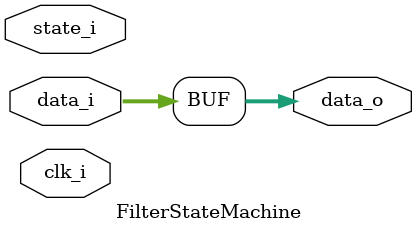
<source format=sv>
module FilterStateMachine (  
    input logic clk_i,
    input logic [2:0] state_i, // 4 states: OFF, IDLE, IIR, FFR
    input signed [15:0] data_i, // input data
    output signed [15:0] data_o  // two things: connection to correct file and print state in screen
  );
  
  typedef enum logic [1:0] {
    OFF,   // FPGA is invisible
    IDLE,  // FPGA lets info pass, no interference
    IIR,   // FPGA applies IIR filter
    FIR   // FPGA applies FFR filter
  } state_e;

  typedef struct packed {
    state_e state;
    logic unsigned [15:0] data_filtered;
  } state_t;
  
  state_t state_q, state_d;
  
  // the flipflops
  always_ff @(posedge clk_i) begin
    if (!state_i[0]) begin
      state_q.state  <= OFF;
      state_q.data_filtered <= data_i;
    end else begin
      state_q  <= state_d;
    end
  end // always_ff
  
  
  // next state logic
  always_comb begin
    // defaults:
    state_d = state_q;
    
    case(state_q.state)
      OFF: begin
        if (state_i[0]) begin
            if (state_i[1] * state_i[2]) begin
              state_d.state = IIR;
              state_d.data_filtered = data_i;
            end
            if (state_i[1] * !state_i[2]) begin
              state_d.state = FIR;
              state_d.data_filtered = data_i;
            end
            if (!state_i[1]) begin
              state_d.state = IDLE;
              state_d.data_filtered = data_i;
            end
        end else begin
            state_d.data_filtered = data_i;
        end
      end
      IDLE: begin
        if (!state_i[0]) begin
          state_d.state = OFF;
          state_d.data_filtered = data_i;
        end
        if (state_i[0]) begin
            if (state_i[1] * state_i[2]) begin
              state_d.state = IIR;
              state_d.data_filtered = data_i;
            end
            if (state_i[1] * !state_i[2]) begin
              state_d.state = FIR;
              state_d.data_filtered = data_i;
            end
        end
      end
      IIR: begin
        if (!state_i[0]) begin
          state_d.state = OFF;
          state_d.data_filtered = data_i;
        end
        if (state_i[0]) begin
            if (!state_i[1]) begin
              state_d.state = IDLE;
              state_d.data_filtered = data_i;
            end
            if (state_i[1] * !state_i[2]) begin
              state_d.state = FIR;
              state_d.data_filtered = data_i;
            end
        end
      end
      
      FIR: begin
        if (!state_i[0]) state_d.state = OFF;
        if (state_i[0]) begin
            if (!state_i[1]) state_d.state = IDLE;
            if (state_i[1] * state_i[2]) state_d.state = IIR;
        end else begin
            state_d.data_filtered = data_i;
        end
      end
      
      
      default: state_d = state_q; // it's always a good idea to add this!
    endcase
  end // next-state logic
  
  
  // the output
  assign data_o = data_i;

endmodule

</source>
